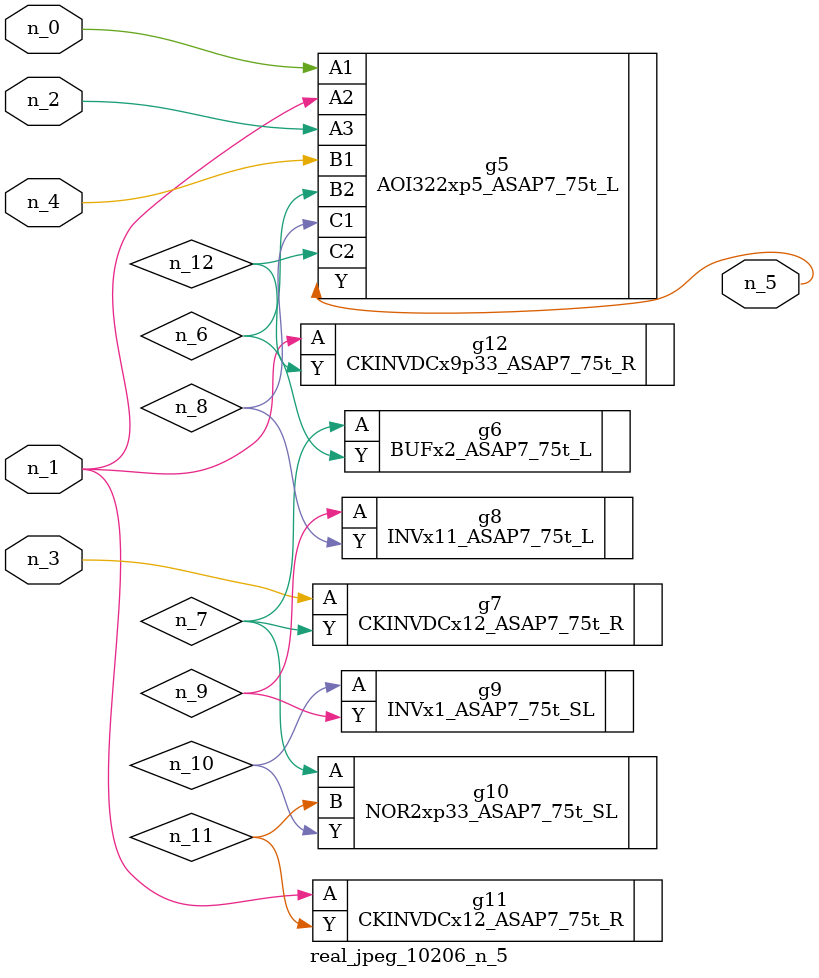
<source format=v>
module real_jpeg_10206_n_5 (n_4, n_0, n_1, n_2, n_3, n_5);

input n_4;
input n_0;
input n_1;
input n_2;
input n_3;

output n_5;

wire n_12;
wire n_8;
wire n_11;
wire n_6;
wire n_7;
wire n_10;
wire n_9;

AOI322xp5_ASAP7_75t_L g5 ( 
.A1(n_0),
.A2(n_1),
.A3(n_2),
.B1(n_4),
.B2(n_6),
.C1(n_8),
.C2(n_12),
.Y(n_5)
);

CKINVDCx12_ASAP7_75t_R g11 ( 
.A(n_1),
.Y(n_11)
);

CKINVDCx9p33_ASAP7_75t_R g12 ( 
.A(n_1),
.Y(n_12)
);

CKINVDCx12_ASAP7_75t_R g7 ( 
.A(n_3),
.Y(n_7)
);

BUFx2_ASAP7_75t_L g6 ( 
.A(n_7),
.Y(n_6)
);

NOR2xp33_ASAP7_75t_SL g10 ( 
.A(n_7),
.B(n_11),
.Y(n_10)
);

INVx11_ASAP7_75t_L g8 ( 
.A(n_9),
.Y(n_8)
);

INVx1_ASAP7_75t_SL g9 ( 
.A(n_10),
.Y(n_9)
);


endmodule
</source>
